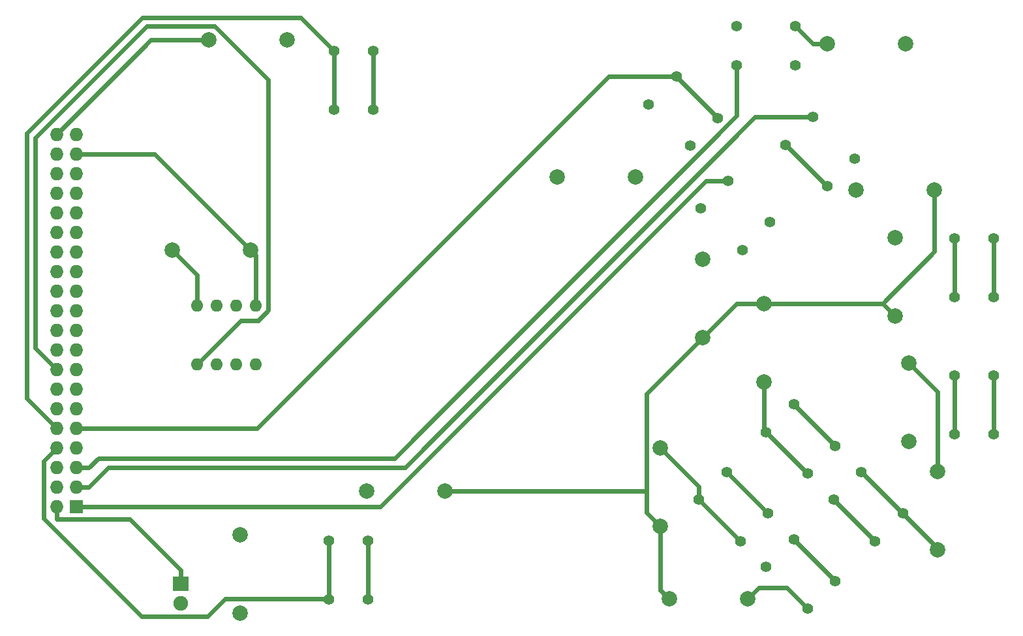
<source format=gbr>
G04 #@! TF.FileFunction,Copper,L2,Bot,Signal*
%FSLAX46Y46*%
G04 Gerber Fmt 4.6, Leading zero omitted, Abs format (unit mm)*
G04 Created by KiCad (PCBNEW 0.201509061501+6161~29~ubuntu14.04.1-product) date Sun 25 Oct 2015 03:58:04 PM EDT*
%MOMM*%
G01*
G04 APERTURE LIST*
%ADD10C,0.100000*%
%ADD11R,2.000000X1.900000*%
%ADD12C,1.900000*%
%ADD13O,1.600000X1.600000*%
%ADD14R,1.727200X1.727200*%
%ADD15O,1.727200X1.727200*%
%ADD16C,1.998980*%
%ADD17C,1.397000*%
%ADD18C,0.600000*%
G04 APERTURE END LIST*
D10*
D11*
X38750000Y-88000000D03*
D12*
X38750000Y-90540000D03*
D13*
X48530000Y-59540000D03*
X45990000Y-59540000D03*
X43450000Y-59540000D03*
X40910000Y-59540000D03*
X40910000Y-51920000D03*
X43450000Y-51920000D03*
X45990000Y-51920000D03*
X48530000Y-51920000D03*
D14*
X25210000Y-78010000D03*
D15*
X22670000Y-78010000D03*
X25210000Y-75470000D03*
X22670000Y-75470000D03*
X25210000Y-72930000D03*
X22670000Y-72930000D03*
X25210000Y-70390000D03*
X22670000Y-70390000D03*
X25210000Y-67850000D03*
X22670000Y-67850000D03*
X25210000Y-65310000D03*
X22670000Y-65310000D03*
X25210000Y-62770000D03*
X22670000Y-62770000D03*
X25210000Y-60230000D03*
X22670000Y-60230000D03*
X25210000Y-57690000D03*
X22670000Y-57690000D03*
X25210000Y-55150000D03*
X22670000Y-55150000D03*
X25210000Y-52610000D03*
X22670000Y-52610000D03*
X25210000Y-50070000D03*
X22670000Y-50070000D03*
X25210000Y-47530000D03*
X22670000Y-47530000D03*
X25210000Y-44990000D03*
X22670000Y-44990000D03*
X25210000Y-42450000D03*
X22670000Y-42450000D03*
X25210000Y-39910000D03*
X22670000Y-39910000D03*
X25210000Y-37370000D03*
X22670000Y-37370000D03*
X25210000Y-34830000D03*
X22670000Y-34830000D03*
X25210000Y-32290000D03*
X22670000Y-32290000D03*
X25210000Y-29750000D03*
X22670000Y-29750000D03*
D16*
X132830000Y-18000000D03*
X122670000Y-18000000D03*
X133250000Y-59420000D03*
X133250000Y-69580000D03*
X101000000Y-80580000D03*
X101000000Y-70420000D03*
X126420000Y-37000000D03*
X136580000Y-37000000D03*
X131500000Y-43170000D03*
X131500000Y-53330000D03*
X137000000Y-83580000D03*
X137000000Y-73420000D03*
X106500000Y-45920000D03*
X106500000Y-56080000D03*
X62920000Y-76000000D03*
X73080000Y-76000000D03*
X112330000Y-90000000D03*
X102170000Y-90000000D03*
X97830000Y-35250000D03*
X87670000Y-35250000D03*
X52580000Y-17500000D03*
X42420000Y-17500000D03*
X114500000Y-61830000D03*
X114500000Y-51670000D03*
X46500000Y-81670000D03*
X46500000Y-91830000D03*
X47830000Y-44750000D03*
X37670000Y-44750000D03*
D17*
X106009872Y-77101974D03*
X109601974Y-73509872D03*
X111398026Y-82490128D03*
X114990128Y-78898026D03*
X132490128Y-78898026D03*
X128898026Y-82490128D03*
X127101974Y-73509872D03*
X123509872Y-77101974D03*
X114759872Y-85851974D03*
X118351974Y-82259872D03*
X120148026Y-91240128D03*
X123740128Y-87648026D03*
X114759872Y-68351974D03*
X118351974Y-64759872D03*
X120148026Y-73740128D03*
X123740128Y-70148026D03*
X118560000Y-15710000D03*
X118560000Y-20790000D03*
X110940000Y-15710000D03*
X110940000Y-20790000D03*
X139190000Y-60980000D03*
X144270000Y-60980000D03*
X139190000Y-68600000D03*
X144270000Y-68600000D03*
X117259872Y-31101974D03*
X120851974Y-27509872D03*
X122648026Y-36490128D03*
X126240128Y-32898026D03*
X139190000Y-43200000D03*
X144270000Y-43200000D03*
X139190000Y-50820000D03*
X144270000Y-50820000D03*
X106259872Y-39351974D03*
X109851974Y-35759872D03*
X111648026Y-44740128D03*
X115240128Y-41148026D03*
X63040000Y-82440000D03*
X57960000Y-82440000D03*
X63040000Y-90060000D03*
X57960000Y-90060000D03*
X99509872Y-25851974D03*
X103101974Y-22259872D03*
X104898026Y-31240128D03*
X108490128Y-27648026D03*
X63790000Y-18940000D03*
X58710000Y-18940000D03*
X63790000Y-26560000D03*
X58710000Y-26560000D03*
D18*
X32173800Y-79673700D02*
X38750000Y-86249900D01*
X22670000Y-79673700D02*
X32173800Y-79673700D01*
X22670000Y-78010000D02*
X22670000Y-79673700D01*
X38750000Y-88000000D02*
X38750000Y-86249900D01*
X19887600Y-57447600D02*
X22670000Y-60230000D01*
X19887600Y-30152700D02*
X19887600Y-57447600D01*
X34343000Y-15697300D02*
X19887600Y-30152700D01*
X43164700Y-15697300D02*
X34343000Y-15697300D01*
X50159000Y-22691600D02*
X43164700Y-15697300D01*
X50159000Y-52574200D02*
X50159000Y-22691600D01*
X48850600Y-53882600D02*
X50159000Y-52574200D01*
X46567400Y-53882600D02*
X48850600Y-53882600D01*
X40910000Y-59540000D02*
X46567400Y-53882600D01*
X40910000Y-47990000D02*
X40910000Y-51920000D01*
X37670000Y-44750000D02*
X40910000Y-47990000D01*
X48530000Y-45450000D02*
X47830000Y-44750000D01*
X48530000Y-51920000D02*
X48530000Y-45450000D01*
X35370000Y-32290000D02*
X47830000Y-44750000D01*
X25210000Y-32290000D02*
X35370000Y-32290000D01*
X64704600Y-78010000D02*
X25210000Y-78010000D01*
X106954700Y-35759900D02*
X64704600Y-78010000D01*
X109852000Y-35759900D02*
X106954700Y-35759900D01*
X25210000Y-75470000D02*
X26873700Y-75470000D01*
X29413600Y-72930100D02*
X26873700Y-75470000D01*
X67896600Y-72930100D02*
X29413600Y-72930100D01*
X113316800Y-27509900D02*
X67896600Y-72930100D01*
X120852000Y-27509900D02*
X113316800Y-27509900D01*
X144270000Y-50820000D02*
X144270000Y-43200000D01*
X28080900Y-71722800D02*
X26873700Y-72930000D01*
X66546300Y-71722800D02*
X28080900Y-71722800D01*
X110940000Y-27329100D02*
X66546300Y-71722800D01*
X110940000Y-20790000D02*
X110940000Y-27329100D01*
X25210000Y-72930000D02*
X26873700Y-72930000D01*
X144270000Y-68600000D02*
X144270000Y-60980000D01*
X20996200Y-72063800D02*
X22670000Y-70390000D01*
X20996200Y-79566000D02*
X20996200Y-72063800D01*
X33724600Y-92294400D02*
X20996200Y-79566000D01*
X42244700Y-92294400D02*
X33724600Y-92294400D01*
X44534900Y-90004200D02*
X42244700Y-92294400D01*
X57960000Y-90004200D02*
X44534900Y-90004200D01*
X57960000Y-90060000D02*
X57960000Y-90004200D01*
X57960000Y-90004200D02*
X57960000Y-82440000D01*
X108490100Y-27648000D02*
X103102000Y-22259900D01*
X25210000Y-67850000D02*
X26873700Y-67850000D01*
X48689900Y-67850000D02*
X26873700Y-67850000D01*
X94280000Y-22259900D02*
X48689900Y-67850000D01*
X103102000Y-22259900D02*
X94280000Y-22259900D01*
X58710000Y-26560000D02*
X58710000Y-18940000D01*
X18787500Y-63967500D02*
X22670000Y-67850000D01*
X18787500Y-29633700D02*
X18787500Y-63967500D01*
X33824100Y-14597100D02*
X18787500Y-29633700D01*
X54367100Y-14597100D02*
X33824100Y-14597100D01*
X58710000Y-18940000D02*
X54367100Y-14597100D01*
X114990100Y-78898000D02*
X109602000Y-73509900D01*
X101000000Y-88830000D02*
X101000000Y-80580000D01*
X102170000Y-90000000D02*
X101000000Y-88830000D01*
X34920000Y-17500000D02*
X22670000Y-29750000D01*
X42420000Y-17500000D02*
X34920000Y-17500000D01*
X137000000Y-63170000D02*
X137000000Y-73420000D01*
X133250000Y-59420000D02*
X137000000Y-63170000D01*
X136580000Y-44930000D02*
X136580000Y-37000000D01*
X129840000Y-51670000D02*
X136580000Y-44930000D01*
X114500000Y-51670000D02*
X129840000Y-51670000D01*
X129840000Y-51670000D02*
X131500000Y-53330000D01*
X110910000Y-51670000D02*
X106500000Y-56080000D01*
X114500000Y-51670000D02*
X110910000Y-51670000D01*
X99196600Y-76000000D02*
X73080000Y-76000000D01*
X99196600Y-63383400D02*
X99196600Y-76000000D01*
X106500000Y-56080000D02*
X99196600Y-63383400D01*
X99196600Y-78776600D02*
X101000000Y-80580000D01*
X99196600Y-76000000D02*
X99196600Y-78776600D01*
X123509900Y-77102000D02*
X128898000Y-82490100D01*
X123740100Y-87648000D02*
X118352000Y-82259900D01*
X123740100Y-70148000D02*
X118352000Y-64759900D01*
X120850000Y-18000000D02*
X122670000Y-18000000D01*
X118560000Y-15710000D02*
X120850000Y-18000000D01*
X139190000Y-60980000D02*
X139190000Y-68600000D01*
X111398000Y-82490100D02*
X106009900Y-77102000D01*
X106009900Y-75429900D02*
X106009900Y-77102000D01*
X101000000Y-70420000D02*
X106009900Y-75429900D01*
X117259900Y-31102000D02*
X122648000Y-36490100D01*
X139190000Y-50820000D02*
X139190000Y-43200000D01*
X127102000Y-73509900D02*
X132490100Y-78898000D01*
X137000000Y-83407900D02*
X137000000Y-83580000D01*
X132490100Y-78898000D02*
X137000000Y-83407900D01*
X63040000Y-90060000D02*
X63040000Y-82440000D01*
X117453900Y-88546000D02*
X114759900Y-88546000D01*
X120148000Y-91240100D02*
X117453900Y-88546000D01*
X113784000Y-88546000D02*
X112330000Y-90000000D01*
X114759900Y-88546000D02*
X113784000Y-88546000D01*
X63790000Y-26560000D02*
X63790000Y-18940000D01*
X120148000Y-73740100D02*
X114759900Y-68352000D01*
X114500000Y-68092100D02*
X114500000Y-61830000D01*
X114759900Y-68352000D02*
X114500000Y-68092100D01*
M02*

</source>
